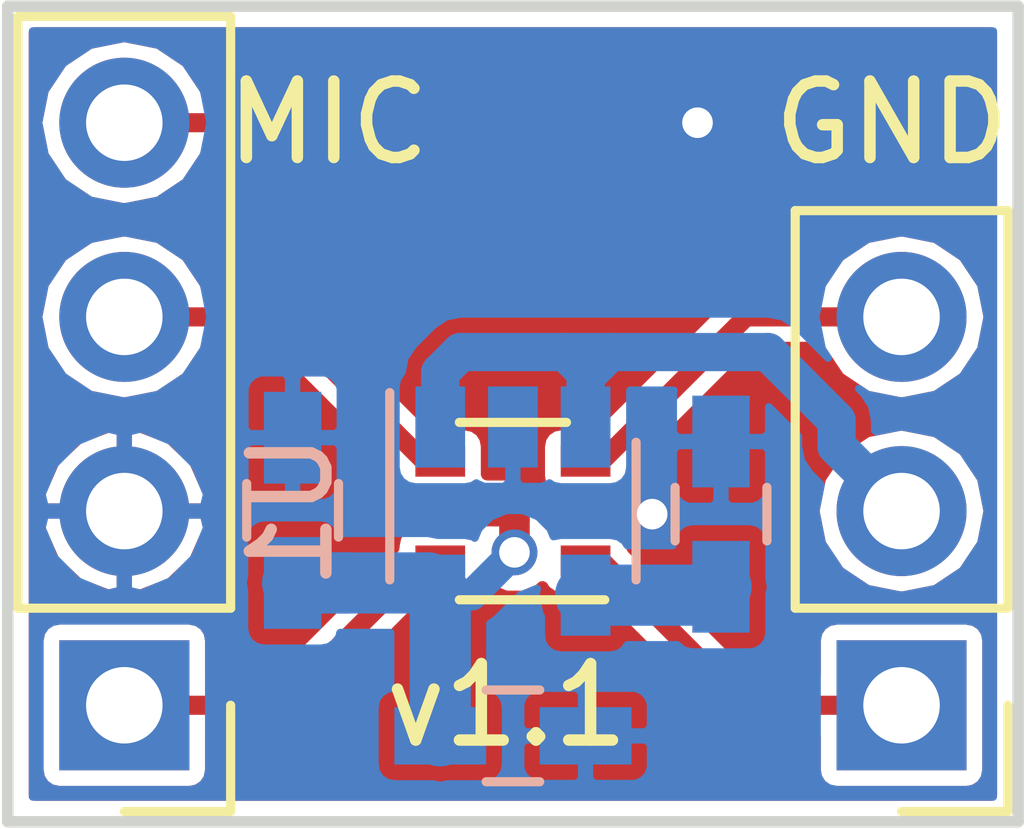
<source format=kicad_pcb>
(kicad_pcb (version 4) (host pcbnew 4.0.7)

  (general
    (links 17)
    (no_connects 0)
    (area 125.400999 92.380999 138.759001 103.199001)
    (thickness 1.6)
    (drawings 5)
    (tracks 47)
    (zones 0)
    (modules 9)
    (nets 10)
  )

  (page A4)
  (layers
    (0 F.Cu signal)
    (31 B.Cu signal)
    (32 B.Adhes user)
    (33 F.Adhes user)
    (34 B.Paste user)
    (35 F.Paste user)
    (36 B.SilkS user)
    (37 F.SilkS user)
    (38 B.Mask user)
    (39 F.Mask user)
    (40 Dwgs.User user)
    (41 Cmts.User user)
    (42 Eco1.User user)
    (43 Eco2.User user)
    (44 Edge.Cuts user)
    (45 Margin user)
    (46 B.CrtYd user)
    (47 F.CrtYd user)
    (48 B.Fab user)
    (49 F.Fab user)
  )

  (setup
    (last_trace_width 0.25)
    (user_trace_width 0.4)
    (user_trace_width 0.5)
    (user_trace_width 0.8)
    (user_trace_width 1)
    (trace_clearance 0.2)
    (zone_clearance 0.2)
    (zone_45_only no)
    (trace_min 0.2)
    (segment_width 0.2)
    (edge_width 0.15)
    (via_size 0.6)
    (via_drill 0.4)
    (via_min_size 0.4)
    (via_min_drill 0.3)
    (uvia_size 0.3)
    (uvia_drill 0.1)
    (uvias_allowed no)
    (uvia_min_size 0.2)
    (uvia_min_drill 0.1)
    (pcb_text_width 0.3)
    (pcb_text_size 1.5 1.5)
    (mod_edge_width 0.15)
    (mod_text_size 1 1)
    (mod_text_width 0.15)
    (pad_size 1.6 3.4)
    (pad_drill 0)
    (pad_to_mask_clearance 0.2)
    (aux_axis_origin 139.7 91.44)
    (visible_elements 7FFFFF7F)
    (pcbplotparams
      (layerselection 0x010f0_80000001)
      (usegerberextensions true)
      (usegerberattributes true)
      (excludeedgelayer true)
      (linewidth 0.200000)
      (plotframeref false)
      (viasonmask false)
      (mode 1)
      (useauxorigin true)
      (hpglpennumber 1)
      (hpglpenspeed 20)
      (hpglpendiameter 15)
      (hpglpenoverlay 2)
      (psnegative false)
      (psa4output false)
      (plotreference true)
      (plotvalue true)
      (plotinvisibletext false)
      (padsonsilk false)
      (subtractmaskfromsilk false)
      (outputformat 1)
      (mirror false)
      (drillshape 0)
      (scaleselection 1)
      (outputdirectory gerbers/))
  )

  (net 0 "")
  (net 1 GND)
  (net 2 "Net-(P1-Pad1)")
  (net 3 "Net-(P1-Pad3)")
  (net 4 "Net-(P2-Pad1)")
  (net 5 "Net-(P2-Pad3)")
  (net 6 "Net-(P2-Pad4)")
  (net 7 +3V3)
  (net 8 "Net-(C2-Pad1)")
  (net 9 VCC)

  (net_class Default "This is the default net class."
    (clearance 0.2)
    (trace_width 0.25)
    (via_dia 0.6)
    (via_drill 0.4)
    (uvia_dia 0.3)
    (uvia_drill 0.1)
    (add_net +3V3)
    (add_net GND)
    (add_net "Net-(C2-Pad1)")
    (add_net "Net-(P1-Pad1)")
    (add_net "Net-(P1-Pad3)")
    (add_net "Net-(P2-Pad1)")
    (add_net "Net-(P2-Pad3)")
    (add_net "Net-(P2-Pad4)")
    (add_net VCC)
  )

  (module Pin_Headers:Pin_Header_Straight_1x03_Pitch2.54mm (layer F.Cu) (tedit 58BC885D) (tstamp 58BC87C4)
    (at 137.16 101.6 180)
    (descr "Through hole straight pin header, 1x03, 2.54mm pitch, single row")
    (tags "Through hole pin header THT 1x03 2.54mm single row")
    (path /58BC7FB8)
    (fp_text reference P1 (at 0 -2.39 180) (layer F.SilkS) hide
      (effects (font (size 1 1) (thickness 0.15)))
    )
    (fp_text value INPUT_CONN (at 0 7.47 180) (layer F.Fab) hide
      (effects (font (size 1 1) (thickness 0.15)))
    )
    (fp_line (start -1.27 -1.27) (end -1.27 6.35) (layer F.Fab) (width 0.1))
    (fp_line (start -1.27 6.35) (end 1.27 6.35) (layer F.Fab) (width 0.1))
    (fp_line (start 1.27 6.35) (end 1.27 -1.27) (layer F.Fab) (width 0.1))
    (fp_line (start 1.27 -1.27) (end -1.27 -1.27) (layer F.Fab) (width 0.1))
    (fp_line (start -1.39 1.27) (end -1.39 6.47) (layer F.SilkS) (width 0.12))
    (fp_line (start -1.39 6.47) (end 1.39 6.47) (layer F.SilkS) (width 0.12))
    (fp_line (start 1.39 6.47) (end 1.39 1.27) (layer F.SilkS) (width 0.12))
    (fp_line (start 1.39 1.27) (end -1.39 1.27) (layer F.SilkS) (width 0.12))
    (fp_line (start -1.39 0) (end -1.39 -1.39) (layer F.SilkS) (width 0.12))
    (fp_line (start -1.39 -1.39) (end 0 -1.39) (layer F.SilkS) (width 0.12))
    (fp_line (start -1.6 -1.6) (end -1.6 6.6) (layer F.CrtYd) (width 0.05))
    (fp_line (start -1.6 6.6) (end 1.6 6.6) (layer F.CrtYd) (width 0.05))
    (fp_line (start 1.6 6.6) (end 1.6 -1.6) (layer F.CrtYd) (width 0.05))
    (fp_line (start 1.6 -1.6) (end -1.6 -1.6) (layer F.CrtYd) (width 0.05))
    (pad 1 thru_hole rect (at 0 0 180) (size 1.7 1.7) (drill 1) (layers *.Cu *.Mask)
      (net 2 "Net-(P1-Pad1)"))
    (pad 2 thru_hole oval (at 0 2.54 180) (size 1.7 1.7) (drill 1) (layers *.Cu *.Mask)
      (net 9 VCC))
    (pad 3 thru_hole oval (at 0 5.08 180) (size 1.7 1.7) (drill 1) (layers *.Cu *.Mask)
      (net 3 "Net-(P1-Pad3)"))
    (model Pin_Headers.3dshapes/Pin_Header_Straight_1x03_Pitch2.54mm.wrl
      (at (xyz 0 -0.1 0))
      (scale (xyz 1 1 1))
      (rotate (xyz 0 0 90))
    )
  )

  (module Pin_Headers:Pin_Header_Straight_1x04_Pitch2.54mm (layer F.Cu) (tedit 58BC886D) (tstamp 58BC87CC)
    (at 127 101.6 180)
    (descr "Through hole straight pin header, 1x04, 2.54mm pitch, single row")
    (tags "Through hole pin header THT 1x04 2.54mm single row")
    (path /58BC80B3)
    (fp_text reference P2 (at 0 -2.39 180) (layer F.SilkS) hide
      (effects (font (size 1 1) (thickness 0.15)))
    )
    (fp_text value OUTPUT_CONN (at 0 10.01 180) (layer F.Fab) hide
      (effects (font (size 1 1) (thickness 0.15)))
    )
    (fp_line (start -1.27 -1.27) (end -1.27 8.89) (layer F.Fab) (width 0.1))
    (fp_line (start -1.27 8.89) (end 1.27 8.89) (layer F.Fab) (width 0.1))
    (fp_line (start 1.27 8.89) (end 1.27 -1.27) (layer F.Fab) (width 0.1))
    (fp_line (start 1.27 -1.27) (end -1.27 -1.27) (layer F.Fab) (width 0.1))
    (fp_line (start -1.39 1.27) (end -1.39 9.01) (layer F.SilkS) (width 0.12))
    (fp_line (start -1.39 9.01) (end 1.39 9.01) (layer F.SilkS) (width 0.12))
    (fp_line (start 1.39 9.01) (end 1.39 1.27) (layer F.SilkS) (width 0.12))
    (fp_line (start 1.39 1.27) (end -1.39 1.27) (layer F.SilkS) (width 0.12))
    (fp_line (start -1.39 0) (end -1.39 -1.39) (layer F.SilkS) (width 0.12))
    (fp_line (start -1.39 -1.39) (end 0 -1.39) (layer F.SilkS) (width 0.12))
    (fp_line (start -1.6 -1.6) (end -1.6 9.2) (layer F.CrtYd) (width 0.05))
    (fp_line (start -1.6 9.2) (end 1.6 9.2) (layer F.CrtYd) (width 0.05))
    (fp_line (start 1.6 9.2) (end 1.6 -1.6) (layer F.CrtYd) (width 0.05))
    (fp_line (start 1.6 -1.6) (end -1.6 -1.6) (layer F.CrtYd) (width 0.05))
    (pad 1 thru_hole rect (at 0 0 180) (size 1.7 1.7) (drill 1) (layers *.Cu *.Mask)
      (net 4 "Net-(P2-Pad1)"))
    (pad 2 thru_hole oval (at 0 2.54 180) (size 1.7 1.7) (drill 1) (layers *.Cu *.Mask)
      (net 1 GND))
    (pad 3 thru_hole oval (at 0 5.08 180) (size 1.7 1.7) (drill 1) (layers *.Cu *.Mask)
      (net 5 "Net-(P2-Pad3)"))
    (pad 4 thru_hole oval (at 0 7.62 180) (size 1.7 1.7) (drill 1) (layers *.Cu *.Mask)
      (net 6 "Net-(P2-Pad4)"))
    (model Pin_Headers.3dshapes/Pin_Header_Straight_1x04_Pitch2.54mm.wrl
      (at (xyz 0 -0.15 0))
      (scale (xyz 1 1 1))
      (rotate (xyz 0 0 90))
    )
  )

  (module TO_SOT_Packages_SMD:SOT-363_SC-70-6 (layer F.Cu) (tedit 58BC8867) (tstamp 58BC87DE)
    (at 132.08 99.06 180)
    (descr "SOT-363, SC-70-6")
    (path /58BC7ED5)
    (attr smd)
    (fp_text reference U2 (at 0 -2 180) (layer F.SilkS) hide
      (effects (font (size 1 1) (thickness 0.15)))
    )
    (fp_text value NC7WZ16 (at 0 2 180) (layer F.Fab) hide
      (effects (font (size 1 1) (thickness 0.15)))
    )
    (fp_line (start 0.7 -1.16) (end -1.2 -1.16) (layer F.SilkS) (width 0.12))
    (fp_line (start -0.7 1.16) (end 0.7 1.16) (layer F.SilkS) (width 0.12))
    (fp_line (start 1.6 1.4) (end 1.6 -1.4) (layer F.CrtYd) (width 0.05))
    (fp_line (start -1.6 -1.4) (end -1.6 1.4) (layer F.CrtYd) (width 0.05))
    (fp_line (start -1.6 -1.4) (end 1.6 -1.4) (layer F.CrtYd) (width 0.05))
    (fp_line (start 0.675 -1.1) (end -0.175 -1.1) (layer F.Fab) (width 0.1))
    (fp_line (start -0.675 -0.6) (end -0.675 1.1) (layer F.Fab) (width 0.1))
    (fp_line (start -1.6 1.4) (end 1.6 1.4) (layer F.CrtYd) (width 0.05))
    (fp_line (start 0.675 -1.1) (end 0.675 1.1) (layer F.Fab) (width 0.1))
    (fp_line (start 0.675 1.1) (end -0.675 1.1) (layer F.Fab) (width 0.1))
    (fp_line (start -0.175 -1.1) (end -0.675 -0.6) (layer F.Fab) (width 0.1))
    (pad 1 smd rect (at -0.95 -0.65 180) (size 0.65 0.4) (layers F.Cu F.Paste F.Mask)
      (net 2 "Net-(P1-Pad1)"))
    (pad 3 smd rect (at -0.95 0.65 180) (size 0.65 0.4) (layers F.Cu F.Paste F.Mask)
      (net 3 "Net-(P1-Pad3)"))
    (pad 5 smd rect (at 0.95 0 180) (size 0.65 0.4) (layers F.Cu F.Paste F.Mask)
      (net 7 +3V3))
    (pad 2 smd rect (at -0.95 0 180) (size 0.65 0.4) (layers F.Cu F.Paste F.Mask)
      (net 1 GND))
    (pad 4 smd rect (at 0.95 0.65 180) (size 0.65 0.4) (layers F.Cu F.Paste F.Mask)
      (net 5 "Net-(P2-Pad3)"))
    (pad 6 smd rect (at 0.95 -0.65 180) (size 0.65 0.4) (layers F.Cu F.Paste F.Mask)
      (net 4 "Net-(P2-Pad1)"))
  )

  (module Measurement_Points:Measurement_Point_Round-SMD-Pad_Small (layer F.Cu) (tedit 58C39006) (tstamp 58BC87E3)
    (at 131.953 93.98)
    (descr "Mesurement Point, Round, SMD Pad, DM 1.5mm,")
    (tags "Mesurement Point Round SMD Pad 1.5mm")
    (path /58BC8821)
    (attr virtual)
    (fp_text reference W1 (at 0 -2) (layer F.SilkS) hide
      (effects (font (size 1 1) (thickness 0.15)))
    )
    (fp_text value MIC (at -2.286 0) (layer F.SilkS)
      (effects (font (size 1 1) (thickness 0.15)))
    )
    (fp_circle (center 0 0) (end 1 0) (layer F.CrtYd) (width 0.05))
    (pad 1 smd circle (at 0 0) (size 1.5 1.5) (layers F.Cu F.Mask)
      (net 6 "Net-(P2-Pad4)"))
  )

  (module Measurement_Points:Measurement_Point_Round-SMD-Pad_Small (layer F.Cu) (tedit 58C39002) (tstamp 58BC87E8)
    (at 134.493 93.98)
    (descr "Mesurement Point, Round, SMD Pad, DM 1.5mm,")
    (tags "Mesurement Point Round SMD Pad 1.5mm")
    (path /58BC8914)
    (attr virtual)
    (fp_text reference W2 (at 0 -2) (layer F.SilkS) hide
      (effects (font (size 1 1) (thickness 0.15)))
    )
    (fp_text value GND (at 2.54 0) (layer F.SilkS)
      (effects (font (size 1 1) (thickness 0.15)))
    )
    (fp_circle (center 0 0) (end 1 0) (layer F.CrtYd) (width 0.05))
    (pad 1 smd circle (at 0 0) (size 1.5 1.5) (layers F.Cu F.Mask)
      (net 1 GND))
  )

  (module Capacitors_SMD:C_0603_HandSoldering (layer B.Cu) (tedit 59A81C01) (tstamp 59A81A66)
    (at 129.2 99.05 90)
    (descr "Capacitor SMD 0603, hand soldering")
    (tags "capacitor 0603")
    (path /58BC827C)
    (attr smd)
    (fp_text reference C1 (at 0 1.25 90) (layer B.SilkS) hide
      (effects (font (size 1 1) (thickness 0.15)) (justify mirror))
    )
    (fp_text value 100nF (at 0 -1.5 90) (layer B.Fab) hide
      (effects (font (size 1 1) (thickness 0.15)) (justify mirror))
    )
    (fp_text user %R (at 0 1.25 90) (layer B.Fab) hide
      (effects (font (size 1 1) (thickness 0.15)) (justify mirror))
    )
    (fp_line (start -0.8 -0.4) (end -0.8 0.4) (layer B.Fab) (width 0.1))
    (fp_line (start 0.8 -0.4) (end -0.8 -0.4) (layer B.Fab) (width 0.1))
    (fp_line (start 0.8 0.4) (end 0.8 -0.4) (layer B.Fab) (width 0.1))
    (fp_line (start -0.8 0.4) (end 0.8 0.4) (layer B.Fab) (width 0.1))
    (fp_line (start -0.35 0.6) (end 0.35 0.6) (layer B.SilkS) (width 0.12))
    (fp_line (start 0.35 -0.6) (end -0.35 -0.6) (layer B.SilkS) (width 0.12))
    (fp_line (start -1.8 0.65) (end 1.8 0.65) (layer B.CrtYd) (width 0.05))
    (fp_line (start -1.8 0.65) (end -1.8 -0.65) (layer B.CrtYd) (width 0.05))
    (fp_line (start 1.8 -0.65) (end 1.8 0.65) (layer B.CrtYd) (width 0.05))
    (fp_line (start 1.8 -0.65) (end -1.8 -0.65) (layer B.CrtYd) (width 0.05))
    (pad 1 smd rect (at -0.95 0 90) (size 1.2 0.75) (layers B.Cu B.Paste B.Mask)
      (net 7 +3V3))
    (pad 2 smd rect (at 0.95 0 90) (size 1.2 0.75) (layers B.Cu B.Paste B.Mask)
      (net 1 GND))
    (model Capacitors_SMD.3dshapes/C_0603.wrl
      (at (xyz 0 0 0))
      (scale (xyz 1 1 1))
      (rotate (xyz 0 0 0))
    )
  )

  (module Capacitors_SMD:C_0603_HandSoldering (layer B.Cu) (tedit 59A81AA8) (tstamp 59A81A70)
    (at 134.8 99.1 90)
    (descr "Capacitor SMD 0603, hand soldering")
    (tags "capacitor 0603")
    (path /59A821C6)
    (attr smd)
    (fp_text reference C2 (at 0 1.25 90) (layer B.SilkS) hide
      (effects (font (size 1 1) (thickness 0.15)) (justify mirror))
    )
    (fp_text value 470pF (at 0 -1.5 90) (layer B.Fab) hide
      (effects (font (size 1 1) (thickness 0.15)) (justify mirror))
    )
    (fp_text user %R (at 0 1.25 90) (layer B.Fab)
      (effects (font (size 1 1) (thickness 0.15)) (justify mirror))
    )
    (fp_line (start -0.8 -0.4) (end -0.8 0.4) (layer B.Fab) (width 0.1))
    (fp_line (start 0.8 -0.4) (end -0.8 -0.4) (layer B.Fab) (width 0.1))
    (fp_line (start 0.8 0.4) (end 0.8 -0.4) (layer B.Fab) (width 0.1))
    (fp_line (start -0.8 0.4) (end 0.8 0.4) (layer B.Fab) (width 0.1))
    (fp_line (start -0.35 0.6) (end 0.35 0.6) (layer B.SilkS) (width 0.12))
    (fp_line (start 0.35 -0.6) (end -0.35 -0.6) (layer B.SilkS) (width 0.12))
    (fp_line (start -1.8 0.65) (end 1.8 0.65) (layer B.CrtYd) (width 0.05))
    (fp_line (start -1.8 0.65) (end -1.8 -0.65) (layer B.CrtYd) (width 0.05))
    (fp_line (start 1.8 -0.65) (end 1.8 0.65) (layer B.CrtYd) (width 0.05))
    (fp_line (start 1.8 -0.65) (end -1.8 -0.65) (layer B.CrtYd) (width 0.05))
    (pad 1 smd rect (at -0.95 0 90) (size 1.2 0.75) (layers B.Cu B.Paste B.Mask)
      (net 8 "Net-(C2-Pad1)"))
    (pad 2 smd rect (at 0.95 0 90) (size 1.2 0.75) (layers B.Cu B.Paste B.Mask)
      (net 1 GND))
    (model Capacitors_SMD.3dshapes/C_0603.wrl
      (at (xyz 0 0 0))
      (scale (xyz 1 1 1))
      (rotate (xyz 0 0 0))
    )
  )

  (module Capacitors_SMD:C_0603_HandSoldering (layer B.Cu) (tedit 59A81AD5) (tstamp 59A81A76)
    (at 132.08 102)
    (descr "Capacitor SMD 0603, hand soldering")
    (tags "capacitor 0603")
    (path /59A8233C)
    (attr smd)
    (fp_text reference C3 (at 0 1.25) (layer B.SilkS) hide
      (effects (font (size 1 1) (thickness 0.15)) (justify mirror))
    )
    (fp_text value 2.2uF (at 0 -1.5) (layer B.Fab) hide
      (effects (font (size 1 1) (thickness 0.15)) (justify mirror))
    )
    (fp_text user %R (at 0 1.25) (layer B.Fab) hide
      (effects (font (size 1 1) (thickness 0.15)) (justify mirror))
    )
    (fp_line (start -0.8 -0.4) (end -0.8 0.4) (layer B.Fab) (width 0.1))
    (fp_line (start 0.8 -0.4) (end -0.8 -0.4) (layer B.Fab) (width 0.1))
    (fp_line (start 0.8 0.4) (end 0.8 -0.4) (layer B.Fab) (width 0.1))
    (fp_line (start -0.8 0.4) (end 0.8 0.4) (layer B.Fab) (width 0.1))
    (fp_line (start -0.35 0.6) (end 0.35 0.6) (layer B.SilkS) (width 0.12))
    (fp_line (start 0.35 -0.6) (end -0.35 -0.6) (layer B.SilkS) (width 0.12))
    (fp_line (start -1.8 0.65) (end 1.8 0.65) (layer B.CrtYd) (width 0.05))
    (fp_line (start -1.8 0.65) (end -1.8 -0.65) (layer B.CrtYd) (width 0.05))
    (fp_line (start 1.8 -0.65) (end 1.8 0.65) (layer B.CrtYd) (width 0.05))
    (fp_line (start 1.8 -0.65) (end -1.8 -0.65) (layer B.CrtYd) (width 0.05))
    (pad 1 smd rect (at -0.95 0) (size 1.2 0.75) (layers B.Cu B.Paste B.Mask)
      (net 7 +3V3))
    (pad 2 smd rect (at 0.95 0) (size 1.2 0.75) (layers B.Cu B.Paste B.Mask)
      (net 1 GND))
    (model Capacitors_SMD.3dshapes/C_0603.wrl
      (at (xyz 0 0 0))
      (scale (xyz 1 1 1))
      (rotate (xyz 0 0 0))
    )
  )

  (module TO_SOT_Packages_SMD:SOT-23-5 (layer B.Cu) (tedit 59A81C08) (tstamp 59A81A77)
    (at 132.08 99.06 270)
    (descr "5-pin SOT23 package")
    (tags SOT-23-5)
    (path /59A81EE9)
    (attr smd)
    (fp_text reference U1 (at 0 2.9 270) (layer B.SilkS)
      (effects (font (size 1 1) (thickness 0.15)) (justify mirror))
    )
    (fp_text value MIC5219-3.3BM5 (at 0 -2.9 270) (layer B.Fab) hide
      (effects (font (size 1 1) (thickness 0.15)) (justify mirror))
    )
    (fp_text user %R (at 0 0 360) (layer B.Fab) hide
      (effects (font (size 0.5 0.5) (thickness 0.075)) (justify mirror))
    )
    (fp_line (start -0.9 -1.61) (end 0.9 -1.61) (layer B.SilkS) (width 0.12))
    (fp_line (start 0.9 1.61) (end -1.55 1.61) (layer B.SilkS) (width 0.12))
    (fp_line (start -1.9 1.8) (end 1.9 1.8) (layer B.CrtYd) (width 0.05))
    (fp_line (start 1.9 1.8) (end 1.9 -1.8) (layer B.CrtYd) (width 0.05))
    (fp_line (start 1.9 -1.8) (end -1.9 -1.8) (layer B.CrtYd) (width 0.05))
    (fp_line (start -1.9 -1.8) (end -1.9 1.8) (layer B.CrtYd) (width 0.05))
    (fp_line (start -0.9 0.9) (end -0.25 1.55) (layer B.Fab) (width 0.1))
    (fp_line (start 0.9 1.55) (end -0.25 1.55) (layer B.Fab) (width 0.1))
    (fp_line (start -0.9 0.9) (end -0.9 -1.55) (layer B.Fab) (width 0.1))
    (fp_line (start 0.9 -1.55) (end -0.9 -1.55) (layer B.Fab) (width 0.1))
    (fp_line (start 0.9 1.55) (end 0.9 -1.55) (layer B.Fab) (width 0.1))
    (pad 1 smd rect (at -1.1 0.95 270) (size 1.06 0.65) (layers B.Cu B.Paste B.Mask)
      (net 9 VCC))
    (pad 2 smd rect (at -1.1 0 270) (size 1.06 0.65) (layers B.Cu B.Paste B.Mask)
      (net 1 GND))
    (pad 3 smd rect (at -1.1 -0.95 270) (size 1.06 0.65) (layers B.Cu B.Paste B.Mask)
      (net 9 VCC))
    (pad 4 smd rect (at 1.1 -0.95 270) (size 1.06 0.65) (layers B.Cu B.Paste B.Mask)
      (net 8 "Net-(C2-Pad1)"))
    (pad 5 smd rect (at 1.1 0.95 270) (size 1.06 0.65) (layers B.Cu B.Paste B.Mask)
      (net 7 +3V3))
    (model ${KISYS3DMOD}/TO_SOT_Packages_SMD.3dshapes/SOT-23-5.wrl
      (at (xyz 0 0 0))
      (scale (xyz 1 1 1))
      (rotate (xyz 0 0 0))
    )
  )

  (gr_text v1.1 (at 132 101.6) (layer F.SilkS)
    (effects (font (size 1 1) (thickness 0.15)))
  )
  (gr_line (start 125.476 103.124) (end 125.476 92.456) (layer Edge.Cuts) (width 0.15))
  (gr_line (start 138.684 103.124) (end 125.476 103.124) (layer Edge.Cuts) (width 0.15))
  (gr_line (start 138.684 92.456) (end 138.684 103.124) (layer Edge.Cuts) (width 0.15))
  (gr_line (start 125.476 92.456) (end 138.684 92.456) (layer Edge.Cuts) (width 0.15))

  (via (at 134.493 93.98) (size 0.6) (drill 0.4) (layers F.Cu B.Cu) (net 1))
  (segment (start 133.03 99.06) (end 133.86 99.06) (width 0.5) (layer F.Cu) (net 1))
  (segment (start 133.86 99.06) (end 133.9 99.1) (width 0.5) (layer F.Cu) (net 1))
  (via (at 133.9 99.1) (size 0.6) (drill 0.4) (layers F.Cu B.Cu) (net 1))
  (segment (start 133.238 99.71) (end 135.128 101.6) (width 0.25) (layer F.Cu) (net 2))
  (segment (start 135.128 101.6) (end 137.16 101.6) (width 0.25) (layer F.Cu) (net 2))
  (segment (start 133.03 99.71) (end 133.238 99.71) (width 0.25) (layer F.Cu) (net 2))
  (segment (start 133.238 98.41) (end 135.128 96.52) (width 0.25) (layer F.Cu) (net 3))
  (segment (start 135.128 96.52) (end 137.16 96.52) (width 0.25) (layer F.Cu) (net 3))
  (segment (start 133.03 98.41) (end 133.238 98.41) (width 0.25) (layer F.Cu) (net 3))
  (segment (start 130.922 99.71) (end 129.032 101.6) (width 0.25) (layer F.Cu) (net 4))
  (segment (start 129.032 101.6) (end 127 101.6) (width 0.25) (layer F.Cu) (net 4))
  (segment (start 131.13 99.71) (end 130.922 99.71) (width 0.25) (layer F.Cu) (net 4))
  (segment (start 130.922 98.41) (end 129.032 96.52) (width 0.25) (layer F.Cu) (net 5))
  (segment (start 129.032 96.52) (end 127 96.52) (width 0.25) (layer F.Cu) (net 5))
  (segment (start 131.13 98.41) (end 130.922 98.41) (width 0.25) (layer F.Cu) (net 5))
  (segment (start 127 93.98) (end 132.334 93.98) (width 0.25) (layer F.Cu) (net 6))
  (segment (start 129.5 100) (end 129.9 100) (width 0.8) (layer B.Cu) (net 7))
  (segment (start 129.9 100) (end 130.97 100) (width 0.8) (layer B.Cu) (net 7))
  (segment (start 129.2 100) (end 129.9 100) (width 0.8) (layer B.Cu) (net 7))
  (segment (start 131.13 102) (end 131.13 100.16) (width 0.8) (layer B.Cu) (net 7))
  (segment (start 130.97 100) (end 131.13 100.16) (width 0.8) (layer B.Cu) (net 7))
  (segment (start 132.1 99.6) (end 132.1 99.175736) (width 0.4) (layer F.Cu) (net 7))
  (segment (start 132.1 99.175736) (end 131.984264 99.06) (width 0.4) (layer F.Cu) (net 7))
  (segment (start 131.984264 99.06) (end 131.855 99.06) (width 0.4) (layer F.Cu) (net 7))
  (segment (start 131.855 99.06) (end 131.13 99.06) (width 0.4) (layer F.Cu) (net 7))
  (segment (start 131.13 100.16) (end 131.54 100.16) (width 0.4) (layer B.Cu) (net 7))
  (segment (start 131.54 100.16) (end 132.1 99.6) (width 0.4) (layer B.Cu) (net 7))
  (via (at 132.1 99.6) (size 0.6) (drill 0.4) (layers F.Cu B.Cu) (net 7))
  (segment (start 131.13 100.16) (end 131.13 99.995) (width 0.25) (layer B.Cu) (net 7))
  (segment (start 133.03 100.16) (end 134.69 100.16) (width 0.8) (layer B.Cu) (net 8))
  (segment (start 134.69 100.16) (end 134.8 100.05) (width 0.8) (layer B.Cu) (net 8))
  (segment (start 132.765001 96.979999) (end 133.35 96.979999) (width 0.5) (layer B.Cu) (net 9))
  (segment (start 133.35 96.979999) (end 135.415001 96.979999) (width 0.5) (layer B.Cu) (net 9))
  (segment (start 133.03 97.96) (end 133.03 97.299999) (width 0.5) (layer B.Cu) (net 9))
  (segment (start 133.03 97.299999) (end 133.35 96.979999) (width 0.5) (layer B.Cu) (net 9))
  (segment (start 135.535001 97.099999) (end 135.844002 97.409) (width 0.5) (layer B.Cu) (net 9))
  (segment (start 135.844002 97.409) (end 136.310001 97.874999) (width 0.5) (layer B.Cu) (net 9))
  (segment (start 135.415001 96.979999) (end 135.844002 97.409) (width 0.5) (layer B.Cu) (net 9))
  (segment (start 131.13 97.96) (end 131.13 97.244998) (width 0.5) (layer B.Cu) (net 9))
  (segment (start 131.13 97.244998) (end 131.394999 96.979999) (width 0.5) (layer B.Cu) (net 9))
  (segment (start 131.394999 96.979999) (end 132.765001 96.979999) (width 0.5) (layer B.Cu) (net 9))
  (segment (start 132.765001 96.979999) (end 133.03 97.244998) (width 0.5) (layer B.Cu) (net 9))
  (segment (start 133.03 97.244998) (end 133.03 97.96) (width 0.5) (layer B.Cu) (net 9))
  (segment (start 133.03 97.96) (end 133.03 97.755) (width 0.5) (layer B.Cu) (net 9))
  (segment (start 136.310001 97.874999) (end 136.310001 98.210001) (width 0.5) (layer B.Cu) (net 9))
  (segment (start 136.310001 98.210001) (end 137.16 99.06) (width 0.5) (layer B.Cu) (net 9))

  (zone (net 1) (net_name GND) (layer F.Cu) (tstamp 0) (hatch edge 0.508)
    (connect_pads (clearance 0.2))
    (min_thickness 0.16)
    (fill yes (arc_segments 16) (thermal_gap 0.2) (thermal_bridge_width 0.2))
    (polygon
      (pts
        (xy 125.476 92.456) (xy 138.684 92.456) (xy 138.684 103.124) (xy 125.476 103.124)
      )
    )
    (filled_polygon
      (pts
        (xy 138.329 102.769) (xy 125.831 102.769) (xy 125.831 99.256497) (xy 125.887216 99.256497) (xy 125.896724 99.304305)
        (xy 126.074197 99.707914) (xy 126.392616 100.012884) (xy 126.803503 100.172786) (xy 126.98 100.119825) (xy 126.98 99.08)
        (xy 127.02 99.08) (xy 127.02 100.119825) (xy 127.196497 100.172786) (xy 127.607384 100.012884) (xy 127.925803 99.707914)
        (xy 128.103276 99.304305) (xy 128.112784 99.256497) (xy 128.059811 99.08) (xy 127.02 99.08) (xy 126.98 99.08)
        (xy 125.940189 99.08) (xy 125.887216 99.256497) (xy 125.831 99.256497) (xy 125.831 98.863503) (xy 125.887216 98.863503)
        (xy 125.940189 99.04) (xy 126.98 99.04) (xy 126.98 98.000175) (xy 127.02 98.000175) (xy 127.02 99.04)
        (xy 128.059811 99.04) (xy 128.112784 98.863503) (xy 128.103276 98.815695) (xy 127.925803 98.412086) (xy 127.607384 98.107116)
        (xy 127.196497 97.947214) (xy 127.02 98.000175) (xy 126.98 98.000175) (xy 126.803503 97.947214) (xy 126.392616 98.107116)
        (xy 126.074197 98.412086) (xy 125.896724 98.815695) (xy 125.887216 98.863503) (xy 125.831 98.863503) (xy 125.831 96.52)
        (xy 125.847862 96.52) (xy 125.933878 96.952432) (xy 126.178831 97.319031) (xy 126.54543 97.563984) (xy 126.977862 97.65)
        (xy 127.022138 97.65) (xy 127.45457 97.563984) (xy 127.821169 97.319031) (xy 128.066122 96.952432) (xy 128.071579 96.925)
        (xy 128.864244 96.925) (xy 130.519515 98.580272) (xy 130.519515 98.61) (xy 130.539039 98.713762) (xy 130.552133 98.73411)
        (xy 130.542007 98.74893) (xy 130.519515 98.86) (xy 130.519515 99.26) (xy 130.539039 99.363762) (xy 130.552133 99.38411)
        (xy 130.542007 99.39893) (xy 130.519515 99.51) (xy 130.519515 99.539728) (xy 128.864244 101.195) (xy 128.135485 101.195)
        (xy 128.135485 100.75) (xy 128.115961 100.646238) (xy 128.054638 100.55094) (xy 127.96107 100.487007) (xy 127.85 100.464515)
        (xy 126.15 100.464515) (xy 126.046238 100.484039) (xy 125.95094 100.545362) (xy 125.887007 100.63893) (xy 125.864515 100.75)
        (xy 125.864515 102.45) (xy 125.884039 102.553762) (xy 125.945362 102.64906) (xy 126.03893 102.712993) (xy 126.15 102.735485)
        (xy 127.85 102.735485) (xy 127.953762 102.715961) (xy 128.04906 102.654638) (xy 128.112993 102.56107) (xy 128.135485 102.45)
        (xy 128.135485 102.005) (xy 129.032 102.005) (xy 129.186987 101.974171) (xy 129.318378 101.886378) (xy 131.009272 100.195485)
        (xy 131.455 100.195485) (xy 131.558762 100.175961) (xy 131.65406 100.114638) (xy 131.71101 100.031291) (xy 131.771027 100.091413)
        (xy 131.984125 100.179899) (xy 132.214863 100.180101) (xy 132.428114 100.091987) (xy 132.465415 100.054751) (xy 132.500362 100.10906)
        (xy 132.59393 100.172993) (xy 132.705 100.195485) (xy 133.150729 100.195485) (xy 134.841622 101.886379) (xy 134.920386 101.939006)
        (xy 134.973013 101.974171) (xy 135.128 102.005) (xy 136.024515 102.005) (xy 136.024515 102.45) (xy 136.044039 102.553762)
        (xy 136.105362 102.64906) (xy 136.19893 102.712993) (xy 136.31 102.735485) (xy 138.01 102.735485) (xy 138.113762 102.715961)
        (xy 138.20906 102.654638) (xy 138.272993 102.56107) (xy 138.295485 102.45) (xy 138.295485 100.75) (xy 138.275961 100.646238)
        (xy 138.214638 100.55094) (xy 138.12107 100.487007) (xy 138.01 100.464515) (xy 136.31 100.464515) (xy 136.206238 100.484039)
        (xy 136.11094 100.545362) (xy 136.047007 100.63893) (xy 136.024515 100.75) (xy 136.024515 101.195) (xy 135.295757 101.195)
        (xy 133.640485 99.539729) (xy 133.640485 99.51) (xy 133.620961 99.406238) (xy 133.606685 99.384053) (xy 133.635 99.315695)
        (xy 133.635 99.15) (xy 133.565 99.08) (xy 133.05 99.08) (xy 133.05 99.1) (xy 133.01 99.1)
        (xy 133.01 99.08) (xy 132.99 99.08) (xy 132.99 99.06) (xy 136.007862 99.06) (xy 136.093878 99.492432)
        (xy 136.338831 99.859031) (xy 136.70543 100.103984) (xy 137.137862 100.19) (xy 137.182138 100.19) (xy 137.61457 100.103984)
        (xy 137.981169 99.859031) (xy 138.226122 99.492432) (xy 138.312138 99.06) (xy 138.226122 98.627568) (xy 137.981169 98.260969)
        (xy 137.61457 98.016016) (xy 137.182138 97.93) (xy 137.137862 97.93) (xy 136.70543 98.016016) (xy 136.338831 98.260969)
        (xy 136.093878 98.627568) (xy 136.007862 99.06) (xy 132.99 99.06) (xy 132.99 99.04) (xy 133.01 99.04)
        (xy 133.01 99.02) (xy 133.05 99.02) (xy 133.05 99.04) (xy 133.565 99.04) (xy 133.635 98.97)
        (xy 133.635 98.804305) (xy 133.607117 98.736988) (xy 133.617993 98.72107) (xy 133.640485 98.61) (xy 133.640485 98.580271)
        (xy 135.295757 96.925) (xy 136.088421 96.925) (xy 136.093878 96.952432) (xy 136.338831 97.319031) (xy 136.70543 97.563984)
        (xy 137.137862 97.65) (xy 137.182138 97.65) (xy 137.61457 97.563984) (xy 137.981169 97.319031) (xy 138.226122 96.952432)
        (xy 138.312138 96.52) (xy 138.226122 96.087568) (xy 137.981169 95.720969) (xy 137.61457 95.476016) (xy 137.182138 95.39)
        (xy 137.137862 95.39) (xy 136.70543 95.476016) (xy 136.338831 95.720969) (xy 136.093878 96.087568) (xy 136.088421 96.115)
        (xy 135.128 96.115) (xy 134.973013 96.145829) (xy 134.920386 96.180994) (xy 134.841622 96.233621) (xy 133.150729 97.924515)
        (xy 132.705 97.924515) (xy 132.601238 97.944039) (xy 132.50594 98.005362) (xy 132.442007 98.09893) (xy 132.419515 98.21)
        (xy 132.419515 98.61) (xy 132.439039 98.713762) (xy 132.453315 98.735947) (xy 132.425 98.804305) (xy 132.425 98.821913)
        (xy 132.323675 98.720589) (xy 132.167952 98.616538) (xy 131.984264 98.58) (xy 131.740485 98.58) (xy 131.740485 98.21)
        (xy 131.720961 98.106238) (xy 131.659638 98.01094) (xy 131.56607 97.947007) (xy 131.455 97.924515) (xy 131.009272 97.924515)
        (xy 129.318378 96.233622) (xy 129.318377 96.233621) (xy 129.186987 96.145829) (xy 129.032 96.115) (xy 128.071579 96.115)
        (xy 128.066122 96.087568) (xy 127.821169 95.720969) (xy 127.45457 95.476016) (xy 127.022138 95.39) (xy 126.977862 95.39)
        (xy 126.54543 95.476016) (xy 126.178831 95.720969) (xy 125.933878 96.087568) (xy 125.847862 96.52) (xy 125.831 96.52)
        (xy 125.831 93.98) (xy 125.847862 93.98) (xy 125.933878 94.412432) (xy 126.178831 94.779031) (xy 126.54543 95.023984)
        (xy 126.977862 95.11) (xy 127.022138 95.11) (xy 127.45457 95.023984) (xy 127.821169 94.779031) (xy 128.066122 94.412432)
        (xy 128.071579 94.385) (xy 131.005881 94.385) (xy 131.079299 94.562686) (xy 131.36879 94.852682) (xy 131.747221 95.009821)
        (xy 132.156981 95.010179) (xy 132.535686 94.853701) (xy 132.702588 94.687089) (xy 133.814195 94.687089) (xy 133.892012 94.841214)
        (xy 134.267332 95.005646) (xy 134.677008 95.013933) (xy 135.05867 94.864813) (xy 135.093988 94.841214) (xy 135.171805 94.687089)
        (xy 134.493 94.008284) (xy 133.814195 94.687089) (xy 132.702588 94.687089) (xy 132.825682 94.56421) (xy 132.982821 94.185779)
        (xy 132.98284 94.164008) (xy 133.459067 94.164008) (xy 133.608187 94.54567) (xy 133.631786 94.580988) (xy 133.785911 94.658805)
        (xy 134.464716 93.98) (xy 134.521284 93.98) (xy 135.200089 94.658805) (xy 135.354214 94.580988) (xy 135.518646 94.205668)
        (xy 135.526933 93.795992) (xy 135.377813 93.41433) (xy 135.354214 93.379012) (xy 135.200089 93.301195) (xy 134.521284 93.98)
        (xy 134.464716 93.98) (xy 133.785911 93.301195) (xy 133.631786 93.379012) (xy 133.467354 93.754332) (xy 133.459067 94.164008)
        (xy 132.98284 94.164008) (xy 132.983179 93.776019) (xy 132.826701 93.397314) (xy 132.702515 93.272911) (xy 133.814195 93.272911)
        (xy 134.493 93.951716) (xy 135.171805 93.272911) (xy 135.093988 93.118786) (xy 134.718668 92.954354) (xy 134.308992 92.946067)
        (xy 133.92733 93.095187) (xy 133.892012 93.118786) (xy 133.814195 93.272911) (xy 132.702515 93.272911) (xy 132.53721 93.107318)
        (xy 132.158779 92.950179) (xy 131.749019 92.949821) (xy 131.370314 93.106299) (xy 131.080318 93.39579) (xy 131.005903 93.575)
        (xy 128.071579 93.575) (xy 128.066122 93.547568) (xy 127.821169 93.180969) (xy 127.45457 92.936016) (xy 127.022138 92.85)
        (xy 126.977862 92.85) (xy 126.54543 92.936016) (xy 126.178831 93.180969) (xy 125.933878 93.547568) (xy 125.847862 93.98)
        (xy 125.831 93.98) (xy 125.831 92.811) (xy 138.329 92.811)
      )
    )
  )
  (zone (net 1) (net_name GND) (layer B.Cu) (tstamp 0) (hatch edge 0.508)
    (connect_pads (clearance 0.2))
    (min_thickness 0.1)
    (fill yes (arc_segments 16) (thermal_gap 0.2) (thermal_bridge_width 0.2))
    (polygon
      (pts
        (xy 125.476 92.456) (xy 138.684 92.456) (xy 138.684 103.124) (xy 125.476 103.124)
      )
    )
    (filled_polygon
      (pts
        (xy 138.359 102.799) (xy 125.801 102.799) (xy 125.801 100.75) (xy 125.895103 100.75) (xy 125.895103 102.45)
        (xy 125.912535 102.542644) (xy 125.967288 102.627732) (xy 126.050831 102.684815) (xy 126.15 102.704897) (xy 127.85 102.704897)
        (xy 127.942644 102.687465) (xy 128.027732 102.632712) (xy 128.084815 102.549169) (xy 128.104897 102.45) (xy 128.104897 100.75)
        (xy 128.087465 100.657356) (xy 128.032712 100.572268) (xy 127.949169 100.515185) (xy 127.85 100.495103) (xy 126.15 100.495103)
        (xy 126.057356 100.512535) (xy 125.972268 100.567288) (xy 125.915185 100.650831) (xy 125.895103 100.75) (xy 125.801 100.75)
        (xy 125.801 99.281284) (xy 125.922488 99.281284) (xy 126.081608 99.665447) (xy 126.383211 99.970814) (xy 126.778715 100.137517)
        (xy 126.95 100.096368) (xy 126.95 99.11) (xy 127.05 99.11) (xy 127.05 100.096368) (xy 127.221285 100.137517)
        (xy 127.547545 100) (xy 128.55 100) (xy 128.570103 100.101065) (xy 128.570103 100.6) (xy 128.587535 100.692644)
        (xy 128.642288 100.777732) (xy 128.725831 100.834815) (xy 128.825 100.854897) (xy 129.575 100.854897) (xy 129.667644 100.837465)
        (xy 129.752732 100.782712) (xy 129.809815 100.699169) (xy 129.819772 100.65) (xy 130.48 100.65) (xy 130.48 101.379511)
        (xy 130.437356 101.387535) (xy 130.352268 101.442288) (xy 130.295185 101.525831) (xy 130.275103 101.625) (xy 130.275103 102.375)
        (xy 130.292535 102.467644) (xy 130.347288 102.552732) (xy 130.430831 102.609815) (xy 130.53 102.629897) (xy 131.028935 102.629897)
        (xy 131.13 102.65) (xy 131.231065 102.629897) (xy 131.73 102.629897) (xy 131.822644 102.612465) (xy 131.907732 102.557712)
        (xy 131.964815 102.474169) (xy 131.984897 102.375) (xy 131.984897 102.1125) (xy 132.18 102.1125) (xy 132.18 102.424728)
        (xy 132.21806 102.516614) (xy 132.288386 102.58694) (xy 132.380272 102.625) (xy 132.9175 102.625) (xy 132.98 102.5625)
        (xy 132.98 102.05) (xy 133.08 102.05) (xy 133.08 102.5625) (xy 133.1425 102.625) (xy 133.679728 102.625)
        (xy 133.771614 102.58694) (xy 133.84194 102.516614) (xy 133.88 102.424728) (xy 133.88 102.1125) (xy 133.8175 102.05)
        (xy 133.08 102.05) (xy 132.98 102.05) (xy 132.2425 102.05) (xy 132.18 102.1125) (xy 131.984897 102.1125)
        (xy 131.984897 101.625) (xy 131.975541 101.575272) (xy 132.18 101.575272) (xy 132.18 101.8875) (xy 132.2425 101.95)
        (xy 132.98 101.95) (xy 132.98 101.4375) (xy 133.08 101.4375) (xy 133.08 101.95) (xy 133.8175 101.95)
        (xy 133.88 101.8875) (xy 133.88 101.575272) (xy 133.84194 101.483386) (xy 133.771614 101.41306) (xy 133.679728 101.375)
        (xy 133.1425 101.375) (xy 133.08 101.4375) (xy 132.98 101.4375) (xy 132.9175 101.375) (xy 132.380272 101.375)
        (xy 132.288386 101.41306) (xy 132.21806 101.483386) (xy 132.18 101.575272) (xy 131.975541 101.575272) (xy 131.967465 101.532356)
        (xy 131.912712 101.447268) (xy 131.829169 101.390185) (xy 131.78 101.380228) (xy 131.78 100.530449) (xy 131.858198 100.478198)
        (xy 132.186321 100.150075) (xy 132.208922 100.150095) (xy 132.397466 100.07219) (xy 132.38 100.16) (xy 132.429478 100.408744)
        (xy 132.450103 100.439611) (xy 132.450103 100.69) (xy 132.467535 100.782644) (xy 132.522288 100.867732) (xy 132.605831 100.924815)
        (xy 132.705 100.944897) (xy 133.355 100.944897) (xy 133.447644 100.927465) (xy 133.532732 100.872712) (xy 133.575582 100.81)
        (xy 134.230878 100.81) (xy 134.242288 100.827732) (xy 134.325831 100.884815) (xy 134.425 100.904897) (xy 135.175 100.904897)
        (xy 135.267644 100.887465) (xy 135.352732 100.832712) (xy 135.409247 100.75) (xy 136.055103 100.75) (xy 136.055103 102.45)
        (xy 136.072535 102.542644) (xy 136.127288 102.627732) (xy 136.210831 102.684815) (xy 136.31 102.704897) (xy 138.01 102.704897)
        (xy 138.102644 102.687465) (xy 138.187732 102.632712) (xy 138.244815 102.549169) (xy 138.264897 102.45) (xy 138.264897 100.75)
        (xy 138.247465 100.657356) (xy 138.192712 100.572268) (xy 138.109169 100.515185) (xy 138.01 100.495103) (xy 136.31 100.495103)
        (xy 136.217356 100.512535) (xy 136.132268 100.567288) (xy 136.075185 100.650831) (xy 136.055103 100.75) (xy 135.409247 100.75)
        (xy 135.409815 100.749169) (xy 135.429897 100.65) (xy 135.429897 100.151061) (xy 135.449999 100.05) (xy 135.429897 99.94894)
        (xy 135.429897 99.45) (xy 135.412465 99.357356) (xy 135.357712 99.272268) (xy 135.274169 99.215185) (xy 135.175 99.195103)
        (xy 134.425 99.195103) (xy 134.332356 99.212535) (xy 134.247268 99.267288) (xy 134.190185 99.350831) (xy 134.170103 99.45)
        (xy 134.170103 99.51) (xy 133.574862 99.51) (xy 133.537712 99.452268) (xy 133.454169 99.395185) (xy 133.355 99.375103)
        (xy 132.705 99.375103) (xy 132.612356 99.392535) (xy 132.610003 99.394049) (xy 132.566539 99.288857) (xy 132.411957 99.134005)
        (xy 132.209882 99.050096) (xy 131.991078 99.049905) (xy 131.788857 99.133461) (xy 131.634005 99.288043) (xy 131.581704 99.413999)
        (xy 131.554169 99.395185) (xy 131.455 99.375103) (xy 131.096202 99.375103) (xy 130.97 99.35) (xy 129.820489 99.35)
        (xy 129.812465 99.307356) (xy 129.757712 99.222268) (xy 129.674169 99.165185) (xy 129.575 99.145103) (xy 128.825 99.145103)
        (xy 128.732356 99.162535) (xy 128.647268 99.217288) (xy 128.590185 99.300831) (xy 128.570103 99.4) (xy 128.570103 99.898935)
        (xy 128.55 100) (xy 127.547545 100) (xy 127.616789 99.970814) (xy 127.918392 99.665447) (xy 128.077512 99.281284)
        (xy 128.036294 99.11) (xy 127.05 99.11) (xy 126.95 99.11) (xy 125.963706 99.11) (xy 125.922488 99.281284)
        (xy 125.801 99.281284) (xy 125.801 98.838716) (xy 125.922488 98.838716) (xy 125.963706 99.01) (xy 126.95 99.01)
        (xy 126.95 98.023632) (xy 127.05 98.023632) (xy 127.05 99.01) (xy 128.036294 99.01) (xy 128.077512 98.838716)
        (xy 127.918392 98.454553) (xy 127.679323 98.2125) (xy 128.575 98.2125) (xy 128.575 98.749728) (xy 128.61306 98.841614)
        (xy 128.683386 98.91194) (xy 128.775272 98.95) (xy 129.0875 98.95) (xy 129.15 98.8875) (xy 129.15 98.15)
        (xy 129.25 98.15) (xy 129.25 98.8875) (xy 129.3125 98.95) (xy 129.624728 98.95) (xy 129.716614 98.91194)
        (xy 129.78694 98.841614) (xy 129.825 98.749728) (xy 129.825 98.2125) (xy 129.7625 98.15) (xy 129.25 98.15)
        (xy 129.15 98.15) (xy 128.6375 98.15) (xy 128.575 98.2125) (xy 127.679323 98.2125) (xy 127.616789 98.149186)
        (xy 127.221285 97.982483) (xy 127.05 98.023632) (xy 126.95 98.023632) (xy 126.778715 97.982483) (xy 126.383211 98.149186)
        (xy 126.081608 98.454553) (xy 125.922488 98.838716) (xy 125.801 98.838716) (xy 125.801 96.52) (xy 125.87845 96.52)
        (xy 125.962183 96.940952) (xy 126.200633 97.297817) (xy 126.557498 97.536267) (xy 126.97845 97.62) (xy 127.02155 97.62)
        (xy 127.442502 97.536267) (xy 127.571202 97.450272) (xy 128.575 97.450272) (xy 128.575 97.9875) (xy 128.6375 98.05)
        (xy 129.15 98.05) (xy 129.15 97.3125) (xy 129.25 97.3125) (xy 129.25 98.05) (xy 129.7625 98.05)
        (xy 129.825 97.9875) (xy 129.825 97.450272) (xy 129.816604 97.43) (xy 130.550103 97.43) (xy 130.550103 98.49)
        (xy 130.567535 98.582644) (xy 130.622288 98.667732) (xy 130.705831 98.724815) (xy 130.805 98.744897) (xy 131.455 98.744897)
        (xy 131.547644 98.727465) (xy 131.603177 98.691731) (xy 131.613386 98.70194) (xy 131.705272 98.74) (xy 131.9675 98.74)
        (xy 132.03 98.6775) (xy 132.03 98.01) (xy 132.01 98.01) (xy 132.01 97.91) (xy 132.03 97.91)
        (xy 132.03 97.89) (xy 132.13 97.89) (xy 132.13 97.91) (xy 132.15 97.91) (xy 132.15 98.01)
        (xy 132.13 98.01) (xy 132.13 98.6775) (xy 132.1925 98.74) (xy 132.454728 98.74) (xy 132.546614 98.70194)
        (xy 132.557062 98.691492) (xy 132.605831 98.724815) (xy 132.705 98.744897) (xy 133.355 98.744897) (xy 133.447644 98.727465)
        (xy 133.532732 98.672712) (xy 133.589815 98.589169) (xy 133.609897 98.49) (xy 133.609897 98.2625) (xy 134.175 98.2625)
        (xy 134.175 98.799728) (xy 134.21306 98.891614) (xy 134.283386 98.96194) (xy 134.375272 99) (xy 134.6875 99)
        (xy 134.75 98.9375) (xy 134.75 98.2) (xy 134.85 98.2) (xy 134.85 98.9375) (xy 134.9125 99)
        (xy 135.224728 99) (xy 135.316614 98.96194) (xy 135.38694 98.891614) (xy 135.425 98.799728) (xy 135.425 98.2625)
        (xy 135.3625 98.2) (xy 134.85 98.2) (xy 134.75 98.2) (xy 134.2375 98.2) (xy 134.175 98.2625)
        (xy 133.609897 98.2625) (xy 133.609897 97.479999) (xy 134.183397 97.479999) (xy 134.175 97.500272) (xy 134.175 98.0375)
        (xy 134.2375 98.1) (xy 134.75 98.1) (xy 134.75 98.08) (xy 134.85 98.08) (xy 134.85 98.1)
        (xy 135.3625 98.1) (xy 135.425 98.0375) (xy 135.425 97.697105) (xy 135.490448 97.762553) (xy 135.490451 97.762555)
        (xy 135.810001 98.082105) (xy 135.810001 98.210001) (xy 135.842821 98.374998) (xy 135.848061 98.401343) (xy 135.956448 98.563554)
        (xy 136.107211 98.714317) (xy 136.03845 99.06) (xy 136.122183 99.480952) (xy 136.360633 99.837817) (xy 136.717498 100.076267)
        (xy 137.13845 100.16) (xy 137.18155 100.16) (xy 137.602502 100.076267) (xy 137.959367 99.837817) (xy 138.197817 99.480952)
        (xy 138.28155 99.06) (xy 138.197817 98.639048) (xy 137.959367 98.282183) (xy 137.602502 98.043733) (xy 137.18155 97.96)
        (xy 137.13845 97.96) (xy 136.828716 98.02161) (xy 136.810001 98.002895) (xy 136.810001 97.874999) (xy 136.771941 97.683657)
        (xy 136.663554 97.521446) (xy 136.599594 97.457486) (xy 136.717498 97.536267) (xy 137.13845 97.62) (xy 137.18155 97.62)
        (xy 137.602502 97.536267) (xy 137.959367 97.297817) (xy 138.197817 96.940952) (xy 138.28155 96.52) (xy 138.197817 96.099048)
        (xy 137.959367 95.742183) (xy 137.602502 95.503733) (xy 137.18155 95.42) (xy 137.13845 95.42) (xy 136.717498 95.503733)
        (xy 136.360633 95.742183) (xy 136.122183 96.099048) (xy 136.03845 96.52) (xy 136.122183 96.940952) (xy 136.200964 97.058856)
        (xy 136.197557 97.055449) (xy 136.197555 97.055446) (xy 135.888554 96.746446) (xy 135.768554 96.626446) (xy 135.606343 96.518059)
        (xy 135.415001 96.479999) (xy 131.394999 96.479999) (xy 131.203657 96.518059) (xy 131.041445 96.626446) (xy 130.776448 96.891444)
        (xy 130.776447 96.891445) (xy 130.66806 97.053656) (xy 130.63 97.244998) (xy 130.63 97.24553) (xy 130.627268 97.247288)
        (xy 130.570185 97.330831) (xy 130.550103 97.43) (xy 129.816604 97.43) (xy 129.78694 97.358386) (xy 129.716614 97.28806)
        (xy 129.624728 97.25) (xy 129.3125 97.25) (xy 129.25 97.3125) (xy 129.15 97.3125) (xy 129.0875 97.25)
        (xy 128.775272 97.25) (xy 128.683386 97.28806) (xy 128.61306 97.358386) (xy 128.575 97.450272) (xy 127.571202 97.450272)
        (xy 127.799367 97.297817) (xy 128.037817 96.940952) (xy 128.12155 96.52) (xy 128.037817 96.099048) (xy 127.799367 95.742183)
        (xy 127.442502 95.503733) (xy 127.02155 95.42) (xy 126.97845 95.42) (xy 126.557498 95.503733) (xy 126.200633 95.742183)
        (xy 125.962183 96.099048) (xy 125.87845 96.52) (xy 125.801 96.52) (xy 125.801 93.98) (xy 125.87845 93.98)
        (xy 125.962183 94.400952) (xy 126.200633 94.757817) (xy 126.557498 94.996267) (xy 126.97845 95.08) (xy 127.02155 95.08)
        (xy 127.442502 94.996267) (xy 127.799367 94.757817) (xy 128.037817 94.400952) (xy 128.12155 93.98) (xy 128.037817 93.559048)
        (xy 127.799367 93.202183) (xy 127.442502 92.963733) (xy 127.02155 92.88) (xy 126.97845 92.88) (xy 126.557498 92.963733)
        (xy 126.200633 93.202183) (xy 125.962183 93.559048) (xy 125.87845 93.98) (xy 125.801 93.98) (xy 125.801 92.781)
        (xy 138.359 92.781)
      )
    )
  )
)

</source>
